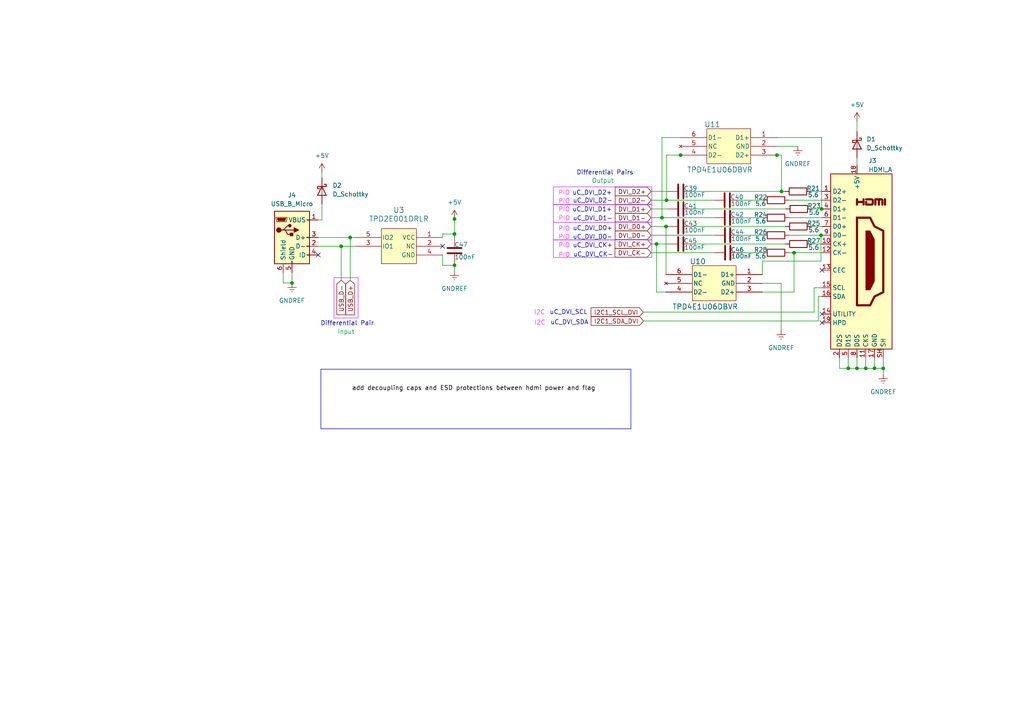
<source format=kicad_sch>
(kicad_sch (version 20230121) (generator eeschema)
  (paper "A4")
  (lib_symbols
    (symbol "Connector:HDMI_A"
      (property "Reference" "J" (at -6.35 26.67 0))
      (property "Value" "HDMI_A" (at 10.16 26.67 0))
      (symbol "HDMI_A_0_0"
        (polyline (pts (xy 8.128 16.51) (xy 8.128 18.034)) (stroke (width 0.635)))
        (polyline (pts (xy 0 16.51) (xy 0 18.034) (xy 0 17.272) (xy 1.905 17.272) (xy 1.905 18.034) (xy 1.905 16.51)) (stroke (width 0.635)))
        (polyline (pts (xy 2.667 18.034) (xy 4.318 18.034) (xy 4.572 17.78) (xy 4.572 16.764) (xy 4.318 16.51) (xy 2.667 16.51) (xy 2.667 17.272)) (stroke (width 0.635)))
      )
      (symbol "HDMI_A_0_1"
        (rectangle (start -7.62 25.4) (end 10.16 -25.4) (stroke (width 0.254)) (fill (type background)))
        (polyline (pts (xy 2.54 8.89) (xy 3.81 8.89) (xy 5.08 6.35) (xy 5.08 -5.715) (xy 3.81 -8.255) (xy 2.54 -8.255) (xy 2.54 8.89)) (fill (type outline)))
        (polyline (pts (xy 5.334 16.51) (xy 5.334 18.034) (xy 6.35 18.034) (xy 6.35 16.51) (xy 6.35 18.034) (xy 7.112 18.034) (xy 7.366 17.78) (xy 7.366 16.51)) (stroke (width 0.635)))
        (polyline (pts (xy 0 12.7) (xy 0 -12.7) (xy 3.81 -12.7) (xy 5.08 -10.16) (xy 7.62 -8.89) (xy 7.62 8.89) (xy 5.08 10.16) (xy 3.81 12.7) (xy 0 12.7)) (stroke (width 0.635)))
      )
      (symbol "HDMI_A_1_1"
        (pin passive line (at -10.16 20.32 0) (length 2.54) (name "D2+") (number "1"))
        (pin passive line (at -10.16 5.08 0) (length 2.54) (name "CK+") (number "10"))
        (pin power_in line (at 2.54 -27.94 90) (length 2.54) (name "CKS") (number "11"))
        (pin passive line (at -10.16 2.54 0) (length 2.54) (name "CK-") (number "12"))
        (pin bidirectional line (at -10.16 -2.54 0) (length 2.54) (name "CEC") (number "13"))
        (pin passive line (at -10.16 -15.24 0) (length 2.54) (name "UTILITY") (number "14"))
        (pin passive line (at -10.16 -7.62 0) (length 2.54) (name "SCL") (number "15"))
        (pin bidirectional line (at -10.16 -10.16 0) (length 2.54) (name "SDA") (number "16"))
        (pin power_in line (at 5.08 -27.94 90) (length 2.54) (name "GND") (number "17"))
        (pin power_in line (at 0 27.94 270) (length 2.54) (name "+5V") (number "18"))
        (pin passive line (at -10.16 -17.78 0) (length 2.54) (name "HPD") (number "19"))
        (pin power_in line (at -5.08 -27.94 90) (length 2.54) (name "D2S") (number "2"))
        (pin passive line (at -10.16 17.78 0) (length 2.54) (name "D2-") (number "3"))
        (pin passive line (at -10.16 15.24 0) (length 2.54) (name "D1+") (number "4"))
        (pin power_in line (at -2.54 -27.94 90) (length 2.54) (name "D1S") (number "5"))
        (pin passive line (at -10.16 12.7 0) (length 2.54) (name "D1-") (number "6"))
        (pin passive line (at -10.16 10.16 0) (length 2.54) (name "D0+") (number "7"))
        (pin power_in line (at 0 -27.94 90) (length 2.54) (name "D0S") (number "8"))
        (pin passive line (at -10.16 7.62 0) (length 2.54) (name "D0-") (number "9"))
        (pin passive line (at 7.62 -27.94 90) (length 2.54) (name "SH") (number "SH"))
      )
    )
    (symbol "Connector:USB_B_Micro" (pin_names (offset 1.016))
      (property "Reference" "J" (at -5.08 11.43 0))
      (property "Value" "USB_B_Micro" (at -5.08 8.89 0))
      (symbol "USB_B_Micro_0_1"
        (rectangle (start -5.08 -7.62) (end 5.08 7.62) (stroke (width 0.254)) (fill (type background)))
        (circle (center -3.81 2.159) (radius 0.635) (stroke (width 0.254)) (fill (type outline)))
        (circle (center -0.635 3.429) (radius 0.381) (stroke (width 0.254)) (fill (type outline)))
        (rectangle (start -0.127 -7.62) (end 0.127 -6.858))
        (polyline (pts (xy -1.905 2.159) (xy 0.635 2.159)) (stroke (width 0.254)))
        (polyline (pts (xy -3.175 2.159) (xy -2.54 2.159) (xy -1.27 3.429) (xy -0.635 3.429)) (stroke (width 0.254)))
        (polyline (pts (xy -2.54 2.159) (xy -1.905 2.159) (xy -1.27 0.889) (xy 0 0.889)) (stroke (width 0.254)))
        (polyline (pts (xy 0.635 2.794) (xy 0.635 1.524) (xy 1.905 2.159) (xy 0.635 2.794)) (stroke (width 0.254)) (fill (type outline)))
        (polyline (pts (xy -4.318 5.588) (xy -1.778 5.588) (xy -2.032 4.826) (xy -4.064 4.826) (xy -4.318 5.588)) (fill (type outline)))
        (polyline (pts (xy -4.699 5.842) (xy -4.699 5.588) (xy -4.445 4.826) (xy -4.445 4.572) (xy -1.651 4.572) (xy -1.651 4.826) (xy -1.397 5.588) (xy -1.397 5.842) (xy -4.699 5.842)))
        (rectangle (start 0.254 1.27) (end -0.508 0.508) (stroke (width 0.254)) (fill (type outline)))
        (rectangle (start 5.08 -5.207) (end 4.318 -4.953))
        (rectangle (start 5.08 -2.667) (end 4.318 -2.413))
        (rectangle (start 5.08 -0.127) (end 4.318 0.127))
        (rectangle (start 5.08 4.953) (end 4.318 5.207))
      )
      (symbol "USB_B_Micro_1_1"
        (pin power_out line (at 7.62 5.08 180) (length 2.54) (name "VBUS") (number "1"))
        (pin bidirectional line (at 7.62 -2.54 180) (length 2.54) (name "D-") (number "2"))
        (pin bidirectional line (at 7.62 0 180) (length 2.54) (name "D+") (number "3"))
        (pin passive line (at 7.62 -5.08 180) (length 2.54) (name "ID") (number "4"))
        (pin power_out line (at 0 -10.16 90) (length 2.54) (name "GND") (number "5"))
        (pin passive line (at -2.54 -10.16 90) (length 2.54) (name "Shield") (number "6"))
      )
    )
    (symbol "Device:C" (pin_numbers hide) (pin_names (offset 0.254))
      (property "Reference" "C" (at 0.635 2.54 0))
      (property "Value" "C" (at 0.635 -2.54 0))
      (symbol "C_0_1"
        (polyline (pts (xy -2.032 -0.762) (xy 2.032 -0.762)) (stroke (width 0.508)))
        (polyline (pts (xy -2.032 0.762) (xy 2.032 0.762)) (stroke (width 0.508)))
      )
      (symbol "C_1_1"
        (pin passive line (at 0 3.81 270) (length 2.794) (name "~") (number "1"))
        (pin passive line (at 0 -3.81 90) (length 2.794) (name "~") (number "2"))
      )
    )
    (symbol "Device:D_Schottky" (pin_numbers hide) (pin_names (offset 1.016) hide)
      (property "Reference" "D" (at 0 2.54 0))
      (property "Value" "D_Schottky" (at 0 -2.54 0))
      (symbol "D_Schottky_0_1"
        (polyline (pts (xy 1.27 0) (xy -1.27 0)))
        (polyline (pts (xy 1.27 1.27) (xy 1.27 -1.27) (xy -1.27 0) (xy 1.27 1.27)) (stroke (width 0.254)))
        (polyline (pts (xy -1.905 0.635) (xy -1.905 1.27) (xy -1.27 1.27) (xy -1.27 -1.27) (xy -0.635 -1.27) (xy -0.635 -0.635)) (stroke (width 0.254)))
      )
      (symbol "D_Schottky_1_1"
        (pin passive line (at -3.81 0 0) (length 2.54) (name "K") (number "1"))
        (pin passive line (at 3.81 0 180) (length 2.54) (name "A") (number "2"))
      )
    )
    (symbol "Device:R" (pin_numbers hide) (pin_names (offset 0))
      (property "Reference" "R" (at 2.032 0 90))
      (property "Value" "R" (at 0 0 90))
      (symbol "R_0_1"
        (rectangle (start -1.016 -2.54) (end 1.016 2.54) (stroke (width 0.254)))
      )
      (symbol "R_1_1"
        (pin passive line (at 0 3.81 270) (length 1.27) (name "~") (number "1"))
        (pin passive line (at 0 -3.81 90) (length 1.27) (name "~") (number "2"))
      )
    )
    (symbol "TPD2E001DRLR:TPD2E001DRLR" (pin_names (offset 0.254))
      (property "Reference" "U" (at 7.62 3.81 0))
      (property "Value" "TPD2E001DRLR" (at 8.89 -8.89 0))
      (symbol "TPD2E001DRLR_0_1"
        (pin power_in line (at 17.78 0 180) (length 7.62) (name "VCC") (number "1"))
        (pin unspecified line (at 17.78 -2.54 180) (length 7.62) (name "NC") (number "2"))
        (pin bidirectional line (at -7.62 -2.54 0) (length 7.62) (name "IO1") (number "3"))
        (pin power_in line (at 17.78 -5.08 180) (length 7.62) (name "GND") (number "4"))
        (pin bidirectional line (at -7.62 0 0) (length 7.62) (name "IO2") (number "5"))
      )
      (symbol "TPD2E001DRLR_1_1"
        (rectangle (start 0 -7.62) (end 10.16 2.54) (fill (type background)))
      )
    )
    (symbol "TPD4E1U06DBVR_1" (pin_names (offset 0.254))
      (property "Reference" "U11" (at 18.7198 3.7846 0))
      (property "Value" "TPD4E1U06DBVR" (at 16.5608 -9.3218 0))
      (symbol "TPD4E1U06DBVR_1_0_1"
        (pin bidirectional line (at 0 0 0) (length 7.62) (name "D1+") (number "1"))
        (pin power_in line (at 0 -2.54 0) (length 7.62) (name "GND") (number "2"))
        (pin bidirectional line (at 0 -5.08 0) (length 7.62) (name "D2+") (number "3"))
        (pin bidirectional line (at 27.94 -5.08 180) (length 7.62) (name "D2-") (number "4"))
        (pin no_connect line (at 27.94 -2.54 180) (length 7.62) (name "NC") (number "5"))
        (pin bidirectional line (at 27.94 0 180) (length 7.62) (name "D1-") (number "6"))
      )
      (symbol "TPD4E1U06DBVR_1_1_1"
        (rectangle (start 7.62 2.54) (end 20.32 -7.62) (fill (type background)))
      )
    )
    (symbol "power:+5V" (power) (pin_names (offset 0))
      (property "Value" "+5V" (at 0 3.556 0))
      (symbol "+5V_0_1"
        (polyline (pts (xy -0.762 1.27) (xy 0 2.54)))
        (polyline (pts (xy 0 0) (xy 0 2.54)))
        (polyline (pts (xy 0 2.54) (xy 0.762 1.27)))
      )
      (symbol "+5V_1_1"
        (pin power_in line (at 0 0 90) (length 0) hide (name "+5V") (number "1"))
      )
    )
    (symbol "power:GNDREF" (power) (pin_names (offset 0))
      (property "Value" "GNDREF" (at 0 -3.81 0))
      (symbol "GNDREF_0_1"
        (polyline (pts (xy -0.635 -1.905) (xy 0.635 -1.905)))
        (polyline (pts (xy -0.127 -2.54) (xy 0.127 -2.54)))
        (polyline (pts (xy 0 -1.27) (xy 0 0)))
        (polyline (pts (xy 1.27 -1.27) (xy -1.27 -1.27)))
      )
      (symbol "GNDREF_1_1"
        (pin power_in line (at 0 0 270) (length 0) hide (name "GNDREF") (number "1"))
      )
    )
  )
  (junction (at 131.826 67.8688))
  (junction (at 230.3018 73.3044))
  (junction (at 225.3488 44.9834))
  (junction (at 251.1044 106.8324))
  (junction (at 84.6836 82.0928))
  (junction (at 131.826 63.5254))
  (junction (at 191.9986 63.1444))
  (junction (at 248.5644 106.8324))
  (junction (at 246.0244 106.8324))
  (junction (at 193.167 65.6844))
  (junction (at 98.9584 71.4248))
  (junction (at 193.3194 58.0644))
  (junction (at 253.6444 106.8324))
  (junction (at 238.125 68.2244))
  (junction (at 190.4238 70.7644))
  (junction (at 226.6696 55.5244))
  (junction (at 238.3028 60.6044))
  (junction (at 131.826 76.9366))
  (junction (at 101.5746 68.8848))
  (junction (at 197.4088 44.9834))
  (junction (at 256.1844 106.8324))
  (no_connect (at 128.3716 71.4248))
  (no_connect (at 238.4044 91.0844))
  (no_connect (at 92.3036 73.9648))
  (no_connect (at 238.4044 93.6244))
  (no_connect (at 238.4044 78.3844))
  (wire (pts (xy 243.4844 106.8324) (xy 246.0244 106.8324)))
  (wire (pts (xy 237.363 86.0044) (xy 238.4044 86.0044)))
  (wire (pts (xy 237.363 85.979) (xy 237.363 86.0044)))
  (wire (pts (xy 188.849 70.7644) (xy 190.4238 70.7644)))
  (wire (pts (xy 253.6444 106.8324) (xy 256.1844 106.8324)))
  (wire (pts (xy 197.4088 44.9834) (xy 197.4596 44.9834)))
  (wire (pts (xy 201.2696 55.5244) (xy 226.6696 55.5244)))
  (wire (pts (xy 192.024 39.8526) (xy 192.024 39.9034)))
  (wire (pts (xy 248.5644 106.8324) (xy 251.1044 106.8324)))
  (wire (pts (xy 98.9584 71.4248) (xy 98.9584 81.2546)))
  (wire (pts (xy 228.8794 58.0644) (xy 238.4044 58.0644)))
  (wire (pts (xy 236.1184 90.5256) (xy 236.1184 83.4644)))
  (wire (pts (xy 236.1184 83.4644) (xy 238.4044 83.4644)))
  (wire (pts (xy 186.6392 93.091) (xy 237.3376 93.091)))
  (wire (pts (xy 201.2696 60.6044) (xy 227.8888 60.6044)))
  (wire (pts (xy 226.6696 44.9834) (xy 226.6696 55.5244)))
  (wire (pts (xy 214.884 73.3044) (xy 221.2594 73.3044)))
  (wire (pts (xy 235.5088 60.6044) (xy 238.3028 60.6044)))
  (wire (pts (xy 131.826 63.5254) (xy 131.826 67.8688)))
  (wire (pts (xy 193.167 65.6844) (xy 193.6496 65.6844)))
  (wire (pts (xy 188.849 63.1444) (xy 191.9986 63.1444)))
  (wire (pts (xy 238.125 75.7428) (xy 221.107 75.7428)))
  (wire (pts (xy 101.5746 68.8848) (xy 101.5746 81.28)))
  (wire (pts (xy 131.826 76.5048) (xy 131.826 76.9366)))
  (wire (pts (xy 226.568 82.169) (xy 226.568 95.8088)))
  (wire (pts (xy 201.2696 65.6844) (xy 227.7618 65.6844)))
  (wire (pts (xy 92.3036 68.8848) (xy 101.5746 68.8848)))
  (wire (pts (xy 246.0244 106.8324) (xy 248.5644 106.8324)))
  (wire (pts (xy 188.849 58.0644) (xy 193.3194 58.0644)))
  (wire (pts (xy 92.3036 71.4248) (xy 98.9584 71.4248)))
  (wire (pts (xy 84.6836 79.0448) (xy 84.6836 82.0928)))
  (wire (pts (xy 131.826 62.5094) (xy 131.826 63.5254)))
  (wire (pts (xy 251.1044 103.7844) (xy 251.1044 106.8324)))
  (wire (pts (xy 248.5644 35.2044) (xy 248.5644 38.1508)))
  (wire (pts (xy 230.3018 73.3044) (xy 230.3018 84.709)))
  (wire (pts (xy 221.107 82.169) (xy 226.568 82.169)))
  (wire (pts (xy 82.1436 82.0928) (xy 84.6836 82.0928)))
  (wire (pts (xy 128.3716 67.8688) (xy 128.3716 68.8848)))
  (wire (pts (xy 131.826 68.8848) (xy 131.826 67.8688)))
  (wire (pts (xy 256.1844 106.8324) (xy 256.1844 108.585)))
  (wire (pts (xy 256.1844 103.7844) (xy 256.1844 106.8324)))
  (wire (pts (xy 191.9986 39.8526) (xy 191.9986 63.1444)))
  (wire (pts (xy 190.4238 84.709) (xy 193.167 84.709)))
  (wire (pts (xy 246.0244 103.7844) (xy 246.0244 106.8324)))
  (wire (pts (xy 188.849 65.6844) (xy 193.167 65.6844)))
  (wire (pts (xy 98.9584 71.4248) (xy 102.9716 71.4248)))
  (wire (pts (xy 214.7824 63.1444) (xy 221.2594 63.1444)))
  (wire (pts (xy 191.9986 63.1444) (xy 207.1624 63.1444)))
  (wire (pts (xy 251.1044 106.8324) (xy 253.6444 106.8324)))
  (wire (pts (xy 248.5644 103.7844) (xy 248.5644 106.8324)))
  (wire (pts (xy 238.3028 39.9034) (xy 238.3028 60.6044)))
  (wire (pts (xy 186.563 90.5256) (xy 236.1184 90.5256)))
  (wire (pts (xy 221.107 75.7428) (xy 221.107 79.629)))
  (wire (pts (xy 225.3488 39.9034) (xy 238.3028 39.9034)))
  (wire (pts (xy 191.9986 39.8526) (xy 192.024 39.8526)))
  (wire (pts (xy 214.7316 58.0644) (xy 221.2594 58.0644)))
  (wire (pts (xy 238.125 68.2244) (xy 238.125 75.7428)))
  (wire (pts (xy 228.8794 63.1444) (xy 238.4044 63.1444)))
  (wire (pts (xy 235.2548 55.5244) (xy 238.4044 55.5244)))
  (wire (pts (xy 193.3448 45.0088) (xy 193.3448 44.9834)))
  (wire (pts (xy 228.8794 68.2244) (xy 238.125 68.2244)))
  (wire (pts (xy 131.826 67.8688) (xy 128.3716 67.8688)))
  (wire (pts (xy 238.125 68.2244) (xy 238.4044 68.2244)))
  (wire (pts (xy 82.1436 79.0448) (xy 82.1436 82.0928)))
  (wire (pts (xy 238.3028 60.6044) (xy 238.4044 60.6044)))
  (wire (pts (xy 188.849 55.5244) (xy 193.6496 55.5244)))
  (wire (pts (xy 188.849 68.2244) (xy 207.2132 68.2244)))
  (wire (pts (xy 101.5746 68.8848) (xy 102.9716 68.8848)))
  (wire (pts (xy 93.3704 63.8048) (xy 92.3036 63.8048)))
  (wire (pts (xy 193.3194 58.0644) (xy 193.3194 45.0088)))
  (wire (pts (xy 193.3194 58.0644) (xy 207.1116 58.0644)))
  (wire (pts (xy 237.3376 85.979) (xy 237.363 85.979)))
  (wire (pts (xy 193.167 65.6844) (xy 193.167 79.629)))
  (wire (pts (xy 226.6696 55.5244) (xy 227.6348 55.5244)))
  (wire (pts (xy 253.6444 103.7844) (xy 253.6444 106.8324)))
  (wire (pts (xy 193.3448 44.9834) (xy 197.4088 44.9834)))
  (wire (pts (xy 226.6696 44.9834) (xy 225.3488 44.9834)))
  (wire (pts (xy 131.826 76.9366) (xy 131.826 78.613)))
  (wire (pts (xy 192.024 39.9034) (xy 197.4088 39.9034)))
  (wire (pts (xy 225.3488 42.4434) (xy 231.394 42.4434)))
  (wire (pts (xy 228.8794 73.3044) (xy 230.3018 73.3044)))
  (wire (pts (xy 243.4844 103.7844) (xy 243.4844 106.8324)))
  (wire (pts (xy 214.8332 68.2244) (xy 221.2594 68.2244)))
  (wire (pts (xy 93.3704 59.182) (xy 93.3704 63.8048)))
  (wire (pts (xy 93.3704 49.9872) (xy 93.3704 51.562)))
  (wire (pts (xy 230.3018 84.709) (xy 221.107 84.709)))
  (wire (pts (xy 188.849 73.3044) (xy 207.264 73.3044)))
  (wire (pts (xy 237.3376 85.979) (xy 237.3376 93.091)))
  (wire (pts (xy 235.3818 70.7644) (xy 238.4044 70.7644)))
  (wire (pts (xy 235.3818 65.6844) (xy 238.4044 65.6844)))
  (wire (pts (xy 128.3716 73.9648) (xy 128.3716 76.9366)))
  (wire (pts (xy 230.3018 73.3044) (xy 238.4044 73.3044)))
  (wire (pts (xy 248.5644 45.7708) (xy 248.5644 47.9044)))
  (wire (pts (xy 193.3194 45.0088) (xy 193.3448 45.0088)))
  (wire (pts (xy 128.3716 76.9366) (xy 131.826 76.9366)))
  (wire (pts (xy 188.849 60.6044) (xy 193.6496 60.6044)))
  (wire (pts (xy 190.4238 70.7644) (xy 193.6496 70.7644)))
  (wire (pts (xy 225.3488 44.9834) (xy 225.3234 44.9834)))
  (wire (pts (xy 201.2696 70.7644) (xy 227.7618 70.7644)))
  (wire (pts (xy 190.4238 70.7644) (xy 190.4238 84.709)))
  (rectangle (start 160.5026 69.5452) (end 189.0522 74.676) (stroke (width 0) (color 191 39 255 1)))
  (rectangle (start 96.8756 92.2274) (end 103.8606 80.5434) (stroke (width 0) (color 191 39 255 1)))
  (rectangle (start 160.5026 59.3344) (end 189.0522 64.4652) (stroke (width 0) (color 191 39 255 1)))
  (rectangle (start 93.0656 107.0864) (end 182.9816 124.3584))
  (rectangle (start 160.5026 64.4652) (end 189.0522 69.596) (stroke (width 0) (color 191 39 255 1)))
  (rectangle (start 160.5026 54.2036) (end 189.0522 59.3344) (stroke (width 0) (color 191 39 255 1)))
  (text "I2C" (at 154.9654 94.4626 0) (effects (font (size 1.27 1.27)) (justify left bottom)))
  (text "PIO" (at 161.925 59.2074 0) (effects (font (size 1.27 1.27)) (justify left bottom)))
  (text "PIO" (at 161.925 72.0344 0) (effects (font (size 1.27 1.27)) (justify left bottom)))
  (text "uC_DVI_D1-" (at 166.1414 64.2112 0) (effects (font (size 1.27 1.27)) (justify left bottom)))
  (text "uC_DVI_SDA" (at 159.6136 94.361 0) (effects (font (size 1.27 1.27)) (justify left bottom)))
  (text "PIO" (at 161.925 69.6214 0) (effects (font (size 1.27 1.27)) (justify left bottom)))
  (text "I2C" (at 154.8384 91.4908 0) (effects (font (size 1.27 1.27)) (justify left bottom)))
  (text "PIO" (at 161.925 67.2084 0) (effects (font (size 1.27 1.27)) (justify left bottom)))
  (text "Differential Pair\n" (at 92.9386 94.6404 0) (effects (font (size 1.27 1.27)) (justify left bottom)))
  (text "Differential Pairs" (at 167.1828 50.927 0) (effects (font (size 1.27 1.27)) (justify left bottom)))
  (text "PIO" (at 161.925 74.8284 0) (effects (font (size 1.27 1.27)) (justify left bottom)))
  (text "add decoupling caps and ESD protections between hdmi power and flag" (at 102.0572 113.4364 0) (effects (font (size 1.27 1.27)) (justify left bottom)))
  (text "Input\n" (at 97.8916 97.1804 0) (effects (font (size 1.27 1.27)) (justify left bottom)))
  (text "uC_DVI_D1+" (at 165.989 61.6204 0) (effects (font (size 1.27 1.27)) (justify left bottom)))
  (text "uC_DVI_SCL" (at 159.4104 91.4146 0) (effects (font (size 1.27 1.27)) (justify left bottom)))
  (text "Output\n" (at 171.6278 53.34 0) (effects (font (size 1.27 1.27)) (justify left bottom)))
  (text "PIO" (at 161.925 56.7944 0) (effects (font (size 1.27 1.27)) (justify left bottom)))
  (text "PIO" (at 161.925 61.6204 0) (effects (font (size 1.27 1.27)) (justify left bottom)))
  (text "uC_DVI_D0-" (at 166.116 69.6214 0) (effects (font (size 1.27 1.27)) (justify left bottom)))
  (text "uC_DVI_D0+" (at 166.116 67.0814 0) (effects (font (size 1.27 1.27)) (justify left bottom)))
  (text "uC_DVI_CK-" (at 166.243 74.7014 0) (effects (font (size 1.27 1.27)) (justify left bottom)))
  (text "uC_DVI_CK+" (at 166.116 72.0344 0) (effects (font (size 1.27 1.27)) (justify left bottom)))
  (text "uC_DVI_D2-" (at 166.116 59.0804 0) (effects (font (size 1.27 1.27)) (justify left bottom)))
  (text "PIO" (at 161.9504 64.2112 0) (effects (font (size 1.27 1.27)) (justify left bottom)))
  (text "uC_DVI_D2+" (at 165.989 56.7944 0) (effects (font (size 1.27 1.27)) (justify left bottom)))
  (global_label "I2C1_SCL_DVI" (shape input) (at 186.563 90.5256 180) (property "Intersheetrefs" "${INTERSHEET_REFS}" (effects hide)))
  (global_label "DVI_CK+" (shape input) (at 188.849 70.7644 180) (property "Intersheetrefs" "${INTERSHEET_REFS}" (effects hide)))
  (global_label "I2C1_SDA_DVI" (shape input) (at 186.6392 93.091 180) (property "Intersheetrefs" "${INTERSHEET_REFS}" (effects hide)))
  (global_label "DVI_D1-" (shape input) (at 188.849 63.1444 180) (property "Intersheetrefs" "${INTERSHEET_REFS}" (effects hide)))
  (global_label "DVI_D0-" (shape input) (at 188.849 68.2244 180) (property "Intersheetrefs" "${INTERSHEET_REFS}" (effects hide)))
  (global_label "USB_D-" (shape input) (at 98.9584 81.2546 270) (property "Intersheetrefs" "${INTERSHEET_REFS}" (effects hide)))
  (global_label "DVI_D0+" (shape input) (at 188.849 65.6844 180) (property "Intersheetrefs" "${INTERSHEET_REFS}" (effects hide)))
  (global_label "DVI_D2-" (shape input) (at 188.849 58.0644 180) (property "Intersheetrefs" "${INTERSHEET_REFS}" (effects hide)))
  (global_label "USB_D+" (shape input) (at 101.5746 81.28 270) (property "Intersheetrefs" "${INTERSHEET_REFS}" (effects hide)))
  (global_label "DVI_CK-" (shape input) (at 188.849 73.3044 180) (property "Intersheetrefs" "${INTERSHEET_REFS}" (effects hide)))
  (global_label "DVI_D1+" (shape input) (at 188.849 60.6044 180) (property "Intersheetrefs" "${INTERSHEET_REFS}" (effects hide)))
  (global_label "DVI_D2+" (shape input) (at 188.849 55.5244 180) (property "Intersheetrefs" "${INTERSHEET_REFS}" (effects hide)))
  (symbol (lib_name "TPD4E1U06DBVR_1") (lib_id "TPD4E1U06DBVR:TPD4E1U06DBVR") (at 225.3488 39.9034 0) (mirror y) (unit 1)
    (property "Reference" "U11" (at 206.629 36.1188 0) (effects (font (size 1.524 1.524))))
    (property "Value" "TPD4E1U06DBVR" (at 208.788 49.2252 0) (effects (font (size 1.524 1.524))))
    (property "Footprint" "DBV6_TEX" (effects hide))
    (property "Datasheet" "TPD4E1U06DBVR" (effects hide))
  )
  (symbol (lib_id "power:GNDREF") (at 131.826 78.613 0) (mirror y) (unit 1)
    (property "Reference" "#PWR076" (effects hide))
    (property "Value" "GNDREF" (at 131.826 83.693 0))
  )
  (symbol (lib_id "power:GNDREF") (at 256.1844 108.585 0) (mirror y) (unit 1)
    (property "Reference" "#PWR067" (effects hide))
    (property "Value" "GNDREF" (at 256.1844 113.665 0))
  )
  (symbol (lib_id "Device:R") (at 231.5718 70.7644 90) (unit 1)
    (property "Reference" "R27" (at 236.0168 69.8754 90))
    (property "Value" "5.6" (at 236.0168 71.7804 90))
  )
  (symbol (lib_id "power:GNDREF") (at 84.6836 82.0928 0) (mirror y) (unit 1)
    (property "Reference" "#PWR064" (effects hide))
    (property "Value" "GNDREF" (at 84.6836 87.1728 0))
  )
  (symbol (lib_id "Device:C") (at 131.826 72.6948 180) (unit 1)
    (property "Reference" "C47" (at 133.731 70.9422 0))
    (property "Value" "100nF" (at 134.8486 74.5744 0))
  )
  (symbol (lib_id "Device:C") (at 197.4596 70.7644 90) (unit 1)
    (property "Reference" "C45" (at 200.2536 69.85 90))
    (property "Value" "100nF" (at 201.4728 71.7804 90))
  )
  (symbol (lib_name "TPD4E1U06DBVR_1") (lib_id "TPD4E1U06DBVR:TPD4E1U06DBVR") (at 221.107 79.629 0) (mirror y) (unit 1)
    (property "Reference" "U10" (at 202.3872 75.8444 0) (effects (font (size 1.524 1.524))))
    (property "Value" "TPD4E1U06DBVR" (at 204.5462 88.9508 0) (effects (font (size 1.524 1.524))))
    (property "Footprint" "DBV6_TEX" (effects hide))
    (property "Datasheet" "TPD4E1U06DBVR" (effects hide))
  )
  (symbol (lib_id "Device:C") (at 210.9216 58.0644 90) (unit 1)
    (property "Reference" "C40" (at 213.7664 57.15 90))
    (property "Value" "100nF" (at 214.9856 59.0804 90))
  )
  (symbol (lib_id "Device:R") (at 225.0694 58.0644 270) (mirror x) (unit 1)
    (property "Reference" "R22" (at 220.6244 57.1754 90))
    (property "Value" "5.6" (at 220.6244 59.0804 90))
  )
  (symbol (lib_id "Connector:USB_B_Micro") (at 84.6836 68.8848 0) (unit 1)
    (property "Reference" "J4" (at 84.6836 56.5912 0))
    (property "Value" "USB_B_Micro" (at 84.6836 59.1312 0))
  )
  (symbol (lib_id "Device:R") (at 225.0694 63.1444 270) (mirror x) (unit 1)
    (property "Reference" "R24" (at 220.6244 62.2554 90))
    (property "Value" "5.6" (at 220.6244 64.1604 90))
  )
  (symbol (lib_id "Device:C") (at 197.4596 55.5244 90) (unit 1)
    (property "Reference" "C39" (at 200.3044 54.6608 90))
    (property "Value" "100nF" (at 201.5236 56.5404 90))
  )
  (symbol (lib_id "power:GNDREF") (at 226.568 95.8088 0) (mirror y) (unit 1)
    (property "Reference" "#PWR074" (effects hide))
    (property "Value" "GNDREF" (at 226.568 100.8888 0))
  )
  (symbol (lib_id "power:+5V") (at 93.3704 49.9872 0) (unit 1)
    (property "Reference" "#PWR063" (effects hide))
    (property "Value" "+5V" (at 93.3704 45.1612 0))
  )
  (symbol (lib_id "Device:R") (at 231.4448 55.5244 90) (unit 1)
    (property "Reference" "R21" (at 235.8898 54.6354 90))
    (property "Value" "5.6" (at 235.8898 56.5404 90))
  )
  (symbol (lib_id "power:+5V") (at 131.826 63.5254 0) (unit 1)
    (property "Reference" "#PWR075" (effects hide))
    (property "Value" "+5V" (at 131.826 58.6994 0))
  )
  (symbol (lib_id "Device:C") (at 211.0232 68.2244 90) (unit 1)
    (property "Reference" "C44" (at 213.868 67.31 90))
    (property "Value" "100nF" (at 215.0364 69.2404 90))
  )
  (symbol (lib_id "Device:C") (at 210.9724 63.1444 90) (unit 1)
    (property "Reference" "C42" (at 213.8172 62.23 90))
    (property "Value" "100nF" (at 215.0364 64.1604 90))
  )
  (symbol (lib_id "Connector:HDMI_A") (at 248.5644 75.8444 0) (unit 1)
    (property "Reference" "J3" (at 251.8664 46.6344 0) (effects (justify left)))
    (property "Value" "HDMI_A" (at 251.8664 49.1744 0) (effects (justify left)))
    (property "Datasheet" "https://en.wikipedia.org/wiki/HDMI" (effects hide))
  )
  (symbol (lib_id "Device:R") (at 231.6988 60.6044 90) (unit 1)
    (property "Reference" "R23" (at 236.1438 59.7154 90))
    (property "Value" "5.6" (at 236.1438 61.6204 90))
  )
  (symbol (lib_id "Device:R") (at 225.0694 73.3044 270) (mirror x) (unit 1)
    (property "Reference" "R28" (at 220.6244 72.4154 90))
    (property "Value" "5.6" (at 220.6244 74.3204 90))
  )
  (symbol (lib_id "power:+5V") (at 248.5644 35.2044 0) (unit 1)
    (property "Reference" "#PWR066" (effects hide))
    (property "Value" "+5V" (at 248.5644 30.3784 0))
  )
  (symbol (lib_id "Device:C") (at 211.074 73.3044 90) (unit 1)
    (property "Reference" "C46" (at 213.868 72.4408 90))
    (property "Value" "100nF" (at 215.0872 74.3204 90))
  )
  (symbol (lib_id "Device:R") (at 231.5718 65.6844 90) (unit 1)
    (property "Reference" "R25" (at 236.0168 64.7954 90))
    (property "Value" "5.6" (at 236.0168 66.7004 90))
  )
  (symbol (lib_id "Device:R") (at 225.0694 68.2244 270) (mirror x) (unit 1)
    (property "Reference" "R26" (at 220.6244 67.3354 90))
    (property "Value" "5.6" (at 220.6244 69.2404 90))
  )
  (symbol (lib_id "Device:D_Schottky") (at 93.3704 55.372 270) (unit 1)
    (property "Reference" "D2" (at 96.4184 53.7845 90) (effects (justify left)))
    (property "Value" "D_Schottky" (at 96.4184 56.3245 90) (effects (justify left)))
  )
  (symbol (lib_id "TPD2E001DRLR:TPD2E001DRLR") (at 110.5916 68.8848 0) (unit 1)
    (property "Reference" "U3" (at 115.6716 60.9346 0) (effects (font (size 1.524 1.524))))
    (property "Value" "TPD2E001DRLR" (at 115.6716 63.4746 0) (effects (font (size 1.524 1.524))))
    (property "Footprint" "DRL5" (effects hide))
    (property "Datasheet" "TPD2E001DRLR" (effects hide))
  )
  (symbol (lib_id "Device:D_Schottky") (at 248.5644 41.9608 270) (unit 1)
    (property "Reference" "D1" (at 251.3076 40.3733 90) (effects (justify left)))
    (property "Value" "D_Schottky" (at 251.3076 42.9133 90) (effects (justify left)))
  )
  (symbol (lib_id "power:GNDREF") (at 231.394 42.4434 0) (mirror y) (unit 1)
    (property "Reference" "#PWR070" (effects hide))
    (property "Value" "GNDREF" (at 231.394 47.5234 0))
  )
  (symbol (lib_id "Device:C") (at 197.4596 60.6044 90) (unit 1)
    (property "Reference" "C41" (at 200.3044 59.7408 90))
    (property "Value" "100nF" (at 201.5236 61.6204 90))
  )
  (symbol (lib_id "Device:C") (at 197.4596 65.6844 90) (unit 1)
    (property "Reference" "C43" (at 200.3044 64.8208 90))
    (property "Value" "100nF" (at 201.5236 66.7512 90))
  )
)
</source>
